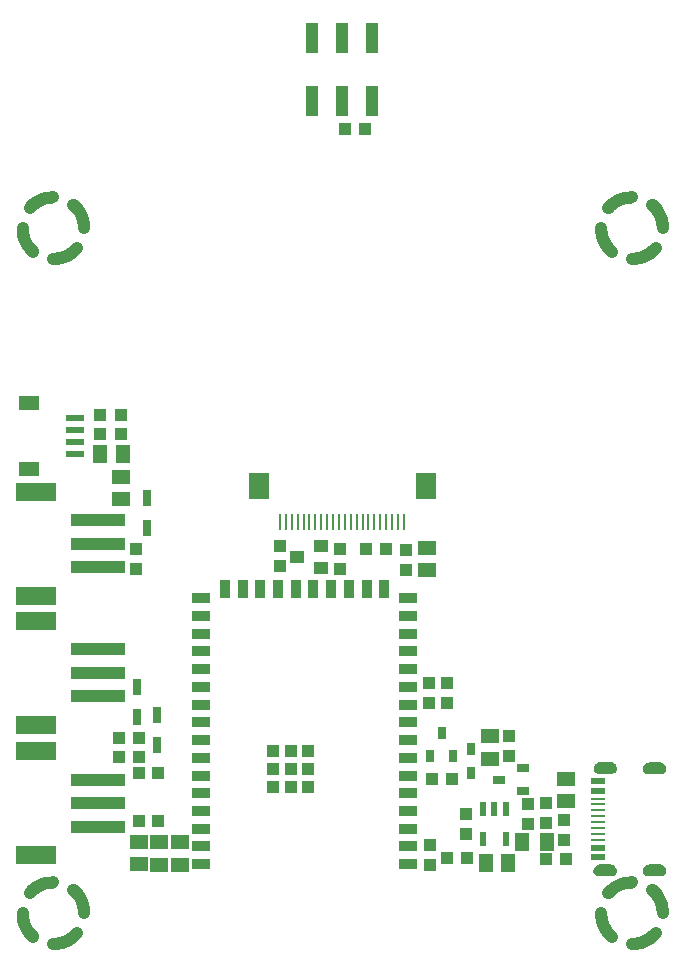
<source format=gbr>
G04 EAGLE Gerber RS-274X export*
G75*
%MOMM*%
%FSLAX34Y34*%
%LPD*%
%INSolderpaste Bottom*%
%IPPOS*%
%AMOC8*
5,1,8,0,0,1.08239X$1,22.5*%
G01*
%ADD10R,1.500000X1.240000*%
%ADD11R,1.000000X1.075000*%
%ADD12R,0.550000X1.200000*%
%ADD13R,1.150000X0.575000*%
%ADD14R,1.150000X0.275000*%
%ADD15R,1.075000X1.000000*%
%ADD16R,1.500000X0.900000*%
%ADD17R,1.100000X1.100000*%
%ADD18R,0.900000X1.500000*%
%ADD19R,1.240000X1.500000*%
%ADD20R,1.550000X0.600000*%
%ADD21R,1.800000X1.200000*%
%ADD22R,1.200000X1.500000*%
%ADD23R,4.600000X1.000000*%
%ADD24R,3.400000X1.600000*%
%ADD25R,0.800000X1.350000*%
%ADD26R,1.016000X0.635000*%
%ADD27R,0.250000X1.400000*%
%ADD28R,1.800000X2.200000*%
%ADD29R,1.000000X2.500000*%
%ADD30R,1.200000X1.000000*%
%ADD31R,1.000000X1.000000*%
%ADD32R,0.800000X1.000000*%
%ADD33R,0.635000X1.016000*%
%ADD34C,1.000000*%
%ADD35R,1.016000X1.778000*%

G36*
X507398Y152904D02*
X507398Y152904D01*
X507399Y152904D01*
X508472Y153025D01*
X508473Y153026D01*
X508474Y153025D01*
X509494Y153382D01*
X509494Y153383D01*
X509495Y153383D01*
X510410Y153958D01*
X510411Y153958D01*
X511175Y154723D01*
X511750Y155638D01*
X511750Y155639D01*
X511751Y155639D01*
X512108Y156659D01*
X512108Y156660D01*
X512107Y156660D01*
X512108Y156661D01*
X512229Y157734D01*
X512229Y157735D01*
X512229Y157736D01*
X512102Y158866D01*
X512101Y158866D01*
X512101Y158867D01*
X511726Y159941D01*
X511725Y159941D01*
X511725Y159942D01*
X511120Y160905D01*
X511119Y160905D01*
X511119Y160906D01*
X510315Y161710D01*
X510314Y161710D01*
X510314Y161711D01*
X509351Y162316D01*
X509350Y162316D01*
X509350Y162317D01*
X508276Y162692D01*
X508275Y162692D01*
X508275Y162693D01*
X508188Y162702D01*
X508144Y162707D01*
X508099Y162712D01*
X508055Y162717D01*
X507526Y162777D01*
X507482Y162782D01*
X507438Y162787D01*
X507394Y162792D01*
X507145Y162820D01*
X507144Y162820D01*
X497492Y162820D01*
X497491Y162820D01*
X496361Y162693D01*
X496361Y162692D01*
X496360Y162692D01*
X495286Y162317D01*
X495286Y162316D01*
X495285Y162316D01*
X494322Y161711D01*
X494322Y161710D01*
X494321Y161710D01*
X493517Y160906D01*
X493517Y160905D01*
X493516Y160905D01*
X492911Y159942D01*
X492911Y159941D01*
X492910Y159941D01*
X492535Y158867D01*
X492535Y158866D01*
X492534Y158866D01*
X492407Y157736D01*
X492408Y157735D01*
X492407Y157734D01*
X492528Y156661D01*
X492529Y156660D01*
X492528Y156659D01*
X492885Y155639D01*
X492886Y155639D01*
X492886Y155638D01*
X493461Y154723D01*
X494226Y153958D01*
X495141Y153383D01*
X495142Y153383D01*
X495142Y153382D01*
X496162Y153025D01*
X496163Y153026D01*
X496164Y153025D01*
X497237Y152904D01*
X497238Y152904D01*
X507398Y152904D01*
X507398Y152904D01*
G37*
G36*
X549181Y152777D02*
X549181Y152777D01*
X549182Y152777D01*
X550255Y152898D01*
X550256Y152899D01*
X550257Y152898D01*
X551277Y153255D01*
X551277Y153256D01*
X551278Y153256D01*
X552193Y153831D01*
X552194Y153831D01*
X552958Y154596D01*
X553533Y155511D01*
X553533Y155512D01*
X553534Y155512D01*
X553891Y156532D01*
X553891Y156533D01*
X553890Y156533D01*
X553891Y156534D01*
X554012Y157607D01*
X554012Y157608D01*
X554012Y157609D01*
X553885Y158739D01*
X553884Y158739D01*
X553884Y158740D01*
X553509Y159814D01*
X553508Y159814D01*
X553508Y159815D01*
X552903Y160778D01*
X552902Y160778D01*
X552902Y160779D01*
X552098Y161583D01*
X552097Y161583D01*
X552097Y161584D01*
X551134Y162189D01*
X551133Y162189D01*
X551133Y162190D01*
X550059Y162565D01*
X550058Y162565D01*
X550058Y162566D01*
X549971Y162575D01*
X549927Y162580D01*
X549882Y162585D01*
X549838Y162590D01*
X549309Y162650D01*
X549265Y162655D01*
X549221Y162660D01*
X549177Y162665D01*
X548928Y162693D01*
X548927Y162693D01*
X539275Y162693D01*
X539274Y162693D01*
X538144Y162566D01*
X538144Y162565D01*
X538143Y162565D01*
X537069Y162190D01*
X537069Y162189D01*
X537068Y162189D01*
X536105Y161584D01*
X536105Y161583D01*
X536104Y161583D01*
X535300Y160779D01*
X535300Y160778D01*
X535299Y160778D01*
X534694Y159815D01*
X534694Y159814D01*
X534693Y159814D01*
X534318Y158740D01*
X534318Y158739D01*
X534317Y158739D01*
X534190Y157609D01*
X534191Y157608D01*
X534190Y157607D01*
X534311Y156534D01*
X534312Y156533D01*
X534311Y156532D01*
X534668Y155512D01*
X534669Y155512D01*
X534669Y155511D01*
X535244Y154596D01*
X536009Y153831D01*
X536924Y153256D01*
X536925Y153256D01*
X536925Y153255D01*
X537945Y152898D01*
X537946Y152899D01*
X537947Y152898D01*
X539020Y152777D01*
X539021Y152777D01*
X549181Y152777D01*
X549181Y152777D01*
G37*
G36*
X507271Y66417D02*
X507271Y66417D01*
X507272Y66417D01*
X508345Y66538D01*
X508346Y66539D01*
X508347Y66538D01*
X509367Y66895D01*
X509367Y66896D01*
X509368Y66896D01*
X510283Y67471D01*
X510284Y67471D01*
X511048Y68236D01*
X511623Y69151D01*
X511623Y69152D01*
X511624Y69152D01*
X511981Y70172D01*
X511981Y70173D01*
X511980Y70173D01*
X511981Y70174D01*
X512102Y71247D01*
X512102Y71248D01*
X512102Y71249D01*
X511975Y72379D01*
X511974Y72379D01*
X511974Y72380D01*
X511599Y73454D01*
X511598Y73454D01*
X511598Y73455D01*
X510993Y74418D01*
X510992Y74418D01*
X510992Y74419D01*
X510188Y75223D01*
X510187Y75223D01*
X510187Y75224D01*
X509224Y75829D01*
X509223Y75829D01*
X509223Y75830D01*
X508149Y76205D01*
X508148Y76205D01*
X508148Y76206D01*
X508061Y76215D01*
X508017Y76220D01*
X507972Y76225D01*
X507928Y76230D01*
X507399Y76290D01*
X507355Y76295D01*
X507311Y76300D01*
X507267Y76305D01*
X507018Y76333D01*
X507017Y76333D01*
X497365Y76333D01*
X497364Y76333D01*
X496234Y76206D01*
X496234Y76205D01*
X496233Y76205D01*
X495159Y75830D01*
X495159Y75829D01*
X495158Y75829D01*
X494195Y75224D01*
X494195Y75223D01*
X494194Y75223D01*
X493390Y74419D01*
X493390Y74418D01*
X493389Y74418D01*
X492784Y73455D01*
X492784Y73454D01*
X492783Y73454D01*
X492408Y72380D01*
X492408Y72379D01*
X492407Y72379D01*
X492280Y71249D01*
X492281Y71248D01*
X492280Y71247D01*
X492401Y70174D01*
X492402Y70173D01*
X492401Y70172D01*
X492758Y69152D01*
X492759Y69152D01*
X492759Y69151D01*
X493334Y68236D01*
X494099Y67471D01*
X495014Y66896D01*
X495015Y66896D01*
X495015Y66895D01*
X496035Y66538D01*
X496036Y66539D01*
X496037Y66538D01*
X497110Y66417D01*
X497111Y66417D01*
X507271Y66417D01*
X507271Y66417D01*
G37*
G36*
X549181Y66417D02*
X549181Y66417D01*
X549182Y66417D01*
X550255Y66538D01*
X550256Y66539D01*
X550257Y66538D01*
X551277Y66895D01*
X551277Y66896D01*
X551278Y66896D01*
X552193Y67471D01*
X552194Y67471D01*
X552958Y68236D01*
X553533Y69151D01*
X553533Y69152D01*
X553534Y69152D01*
X553891Y70172D01*
X553891Y70173D01*
X553890Y70173D01*
X553891Y70174D01*
X554012Y71247D01*
X554012Y71248D01*
X554012Y71249D01*
X553885Y72379D01*
X553884Y72379D01*
X553884Y72380D01*
X553509Y73454D01*
X553508Y73454D01*
X553508Y73455D01*
X552903Y74418D01*
X552902Y74418D01*
X552902Y74419D01*
X552098Y75223D01*
X552097Y75223D01*
X552097Y75224D01*
X551134Y75829D01*
X551133Y75829D01*
X551133Y75830D01*
X550059Y76205D01*
X550058Y76205D01*
X550058Y76206D01*
X549971Y76215D01*
X549927Y76220D01*
X549882Y76225D01*
X549838Y76230D01*
X549309Y76290D01*
X549265Y76295D01*
X549221Y76300D01*
X549177Y76305D01*
X548928Y76333D01*
X548927Y76333D01*
X539275Y76333D01*
X539274Y76333D01*
X538144Y76206D01*
X538144Y76205D01*
X538143Y76205D01*
X537069Y75830D01*
X537069Y75829D01*
X537068Y75829D01*
X536105Y75224D01*
X536105Y75223D01*
X536104Y75223D01*
X535300Y74419D01*
X535300Y74418D01*
X535299Y74418D01*
X534694Y73455D01*
X534694Y73454D01*
X534693Y73454D01*
X534318Y72380D01*
X534318Y72379D01*
X534317Y72379D01*
X534190Y71249D01*
X534191Y71248D01*
X534190Y71247D01*
X534311Y70174D01*
X534312Y70173D01*
X534311Y70172D01*
X534668Y69152D01*
X534669Y69152D01*
X534669Y69151D01*
X535244Y68236D01*
X536009Y67471D01*
X536924Y66896D01*
X536925Y66896D01*
X536925Y66895D01*
X537945Y66538D01*
X537946Y66539D01*
X537947Y66538D01*
X539020Y66417D01*
X539021Y66417D01*
X549181Y66417D01*
X549181Y66417D01*
G37*
D10*
X469458Y129960D03*
X469458Y148960D03*
D11*
X436687Y127850D03*
X436687Y110850D03*
D10*
X405010Y165761D03*
X405010Y184761D03*
X142310Y95094D03*
X142310Y76094D03*
D12*
X399034Y123486D03*
X408534Y123486D03*
X418034Y123486D03*
X418034Y97484D03*
X399034Y97484D03*
D11*
X353568Y92955D03*
X353568Y75955D03*
X420751Y168157D03*
X420751Y185157D03*
D10*
X124595Y95176D03*
X124595Y76176D03*
D11*
X384175Y102244D03*
X384175Y119244D03*
D13*
X496586Y146555D03*
X496586Y138555D03*
D14*
X496586Y132055D03*
X496586Y127055D03*
X496586Y122055D03*
X496586Y117055D03*
X496586Y112055D03*
X496586Y107055D03*
X496586Y102055D03*
X496586Y97055D03*
D13*
X496586Y90555D03*
X496586Y82555D03*
D15*
X452543Y80700D03*
X469543Y80700D03*
D11*
X467520Y97183D03*
X467520Y114183D03*
D16*
X160277Y76591D03*
D17*
X235877Y157091D03*
D16*
X160277Y91591D03*
X160277Y106591D03*
X160277Y121591D03*
X160277Y136591D03*
X160277Y151591D03*
X160277Y166591D03*
X160277Y181591D03*
X160277Y196591D03*
X160277Y211591D03*
X160277Y226591D03*
X160277Y241591D03*
X160277Y256591D03*
X160277Y271591D03*
X160277Y286591D03*
X160277Y301591D03*
D18*
X180277Y309091D03*
X195277Y309091D03*
X210277Y309091D03*
X225277Y309091D03*
X240277Y309091D03*
X255277Y309091D03*
X270277Y309091D03*
X285277Y309091D03*
X300277Y309091D03*
X315277Y309091D03*
D16*
X335277Y301591D03*
X335277Y286591D03*
X335277Y271591D03*
X335277Y256591D03*
X335277Y241591D03*
X335277Y226591D03*
X335277Y211591D03*
X335277Y196591D03*
X335277Y181591D03*
X335277Y166591D03*
X335277Y151591D03*
X335277Y136591D03*
X335277Y121591D03*
X335277Y106591D03*
X335277Y91591D03*
X335277Y76591D03*
D17*
X220877Y142091D03*
X235877Y142091D03*
X250877Y142091D03*
X220877Y157091D03*
X250877Y157091D03*
X220877Y172091D03*
X235877Y172091D03*
X250877Y172091D03*
D11*
X368554Y230115D03*
X368554Y213115D03*
X353441Y213115D03*
X353441Y230115D03*
D19*
X74828Y423545D03*
X93828Y423545D03*
D10*
X107315Y95352D03*
X107315Y76352D03*
D19*
X401218Y77470D03*
X420218Y77470D03*
D20*
X53207Y433912D03*
X53207Y443912D03*
X53207Y423912D03*
X53207Y453912D03*
D21*
X14207Y410912D03*
X14207Y466912D03*
D22*
X452832Y95544D03*
X431832Y95544D03*
D15*
X91939Y456438D03*
X74939Y456438D03*
X91939Y440690D03*
X74939Y440690D03*
D10*
X351663Y344526D03*
X351663Y325526D03*
D11*
X333248Y342891D03*
X333248Y325891D03*
D15*
X368182Y81915D03*
X385182Y81915D03*
D10*
X92202Y385724D03*
X92202Y404724D03*
D23*
X72720Y258600D03*
X72720Y238600D03*
D24*
X20720Y282600D03*
X20720Y194600D03*
D23*
X72720Y218600D03*
D15*
X90814Y183515D03*
X107814Y183515D03*
D25*
X106045Y200914D03*
X106045Y226314D03*
D23*
X72720Y367900D03*
X72720Y347900D03*
D24*
X20720Y391900D03*
X20720Y303900D03*
D23*
X72720Y327900D03*
D11*
X105029Y326018D03*
X105029Y343018D03*
D25*
X114681Y361442D03*
X114681Y386842D03*
D26*
X412391Y148065D03*
X432391Y138565D03*
X432391Y157565D03*
D11*
X452120Y128261D03*
X452120Y111261D03*
D27*
X226900Y366480D03*
X231900Y366480D03*
X236900Y366480D03*
X241900Y366480D03*
X246900Y366480D03*
X251900Y366480D03*
X256900Y366480D03*
X261900Y366480D03*
X266900Y366480D03*
X271900Y366480D03*
X276900Y366480D03*
X281900Y366480D03*
X286900Y366480D03*
X291900Y366480D03*
X296900Y366480D03*
X301900Y366480D03*
X306900Y366480D03*
X311900Y366480D03*
X316900Y366480D03*
X321900Y366480D03*
X326900Y366480D03*
X331900Y366480D03*
D28*
X209400Y396980D03*
X350400Y396980D03*
D29*
X254000Y775950D03*
X254000Y722650D03*
X279400Y775950D03*
X279400Y722650D03*
X304800Y775950D03*
X304800Y722650D03*
D23*
X72720Y148030D03*
X72720Y128030D03*
D24*
X20720Y172030D03*
X20720Y84030D03*
D23*
X72720Y108030D03*
D15*
X90560Y167640D03*
X107560Y167640D03*
D25*
X123190Y177800D03*
X123190Y203200D03*
D15*
X317110Y343535D03*
X300110Y343535D03*
D30*
X241460Y336550D03*
X261460Y327050D03*
X261460Y346050D03*
D11*
X277495Y326780D03*
X277495Y343780D03*
X227330Y329320D03*
X227330Y346320D03*
D31*
X107570Y113350D03*
X123570Y113350D03*
X123570Y153350D03*
X107570Y153350D03*
D15*
X355990Y148590D03*
X372990Y148590D03*
D32*
X388620Y173830D03*
X388620Y153830D03*
D33*
X363855Y187800D03*
X354355Y167800D03*
X373355Y167800D03*
D34*
X17999Y15000D02*
X17530Y15418D01*
X17070Y15847D01*
X16621Y16286D01*
X16182Y16737D01*
X15755Y17198D01*
X15339Y17669D01*
X14934Y18150D01*
X14541Y18641D01*
X14160Y19141D01*
X13790Y19650D01*
X13434Y20167D01*
X13090Y20693D01*
X12758Y21228D01*
X12440Y21770D01*
X12135Y22319D01*
X11843Y22876D01*
X11564Y23440D01*
X11299Y24010D01*
X11048Y24586D01*
X10811Y25168D01*
X10588Y25756D01*
X10379Y26349D01*
X10185Y26947D01*
X10004Y27549D01*
X9839Y28156D01*
X9688Y28766D01*
X9552Y29380D01*
X9431Y29997D01*
X9324Y30616D01*
X9233Y31238D01*
X9156Y31862D01*
X9094Y32488D01*
X9048Y33115D01*
X9017Y33743D01*
X9000Y34371D01*
X8999Y35000D01*
X15000Y52001D02*
X15418Y52470D01*
X15847Y52930D01*
X16286Y53379D01*
X16737Y53818D01*
X17198Y54245D01*
X17669Y54661D01*
X18150Y55066D01*
X18641Y55459D01*
X19141Y55840D01*
X19650Y56210D01*
X20167Y56566D01*
X20693Y56910D01*
X21228Y57242D01*
X21770Y57560D01*
X22319Y57865D01*
X22876Y58157D01*
X23440Y58436D01*
X24010Y58701D01*
X24586Y58952D01*
X25168Y59189D01*
X25756Y59412D01*
X26349Y59621D01*
X26947Y59815D01*
X27549Y59996D01*
X28156Y60161D01*
X28766Y60312D01*
X29380Y60448D01*
X29997Y60569D01*
X30616Y60676D01*
X31238Y60767D01*
X31862Y60844D01*
X32488Y60906D01*
X33115Y60952D01*
X33743Y60983D01*
X34371Y61000D01*
X35000Y61001D01*
X52001Y55000D02*
X52470Y54582D01*
X52930Y54153D01*
X53379Y53714D01*
X53818Y53263D01*
X54245Y52802D01*
X54661Y52331D01*
X55066Y51850D01*
X55459Y51359D01*
X55840Y50859D01*
X56210Y50350D01*
X56566Y49833D01*
X56910Y49307D01*
X57242Y48772D01*
X57560Y48230D01*
X57865Y47681D01*
X58157Y47124D01*
X58436Y46560D01*
X58701Y45990D01*
X58952Y45414D01*
X59189Y44832D01*
X59412Y44244D01*
X59621Y43651D01*
X59815Y43053D01*
X59996Y42451D01*
X60161Y41844D01*
X60312Y41234D01*
X60448Y40620D01*
X60569Y40003D01*
X60676Y39384D01*
X60767Y38762D01*
X60844Y38138D01*
X60906Y37512D01*
X60952Y36885D01*
X60983Y36257D01*
X61000Y35629D01*
X61001Y35000D01*
X55000Y17999D02*
X54582Y17530D01*
X54153Y17070D01*
X53714Y16621D01*
X53263Y16182D01*
X52802Y15755D01*
X52331Y15339D01*
X51850Y14934D01*
X51359Y14541D01*
X50859Y14160D01*
X50350Y13790D01*
X49833Y13434D01*
X49307Y13090D01*
X48772Y12758D01*
X48230Y12440D01*
X47681Y12135D01*
X47124Y11843D01*
X46560Y11564D01*
X45990Y11299D01*
X45414Y11048D01*
X44832Y10811D01*
X44244Y10588D01*
X43651Y10379D01*
X43053Y10185D01*
X42451Y10004D01*
X41844Y9839D01*
X41234Y9688D01*
X40620Y9552D01*
X40003Y9431D01*
X39384Y9324D01*
X38762Y9233D01*
X38138Y9156D01*
X37512Y9094D01*
X36885Y9048D01*
X36257Y9017D01*
X35629Y9000D01*
X35000Y8999D01*
X498999Y35000D02*
X499000Y34371D01*
X499017Y33743D01*
X499048Y33115D01*
X499094Y32488D01*
X499156Y31862D01*
X499233Y31238D01*
X499324Y30616D01*
X499431Y29997D01*
X499552Y29380D01*
X499688Y28766D01*
X499839Y28156D01*
X500004Y27549D01*
X500185Y26947D01*
X500379Y26349D01*
X500588Y25756D01*
X500811Y25168D01*
X501048Y24586D01*
X501299Y24010D01*
X501564Y23440D01*
X501843Y22876D01*
X502135Y22319D01*
X502440Y21770D01*
X502758Y21228D01*
X503090Y20693D01*
X503434Y20167D01*
X503790Y19650D01*
X504160Y19141D01*
X504541Y18641D01*
X504934Y18150D01*
X505339Y17669D01*
X505755Y17198D01*
X506182Y16737D01*
X506621Y16286D01*
X507070Y15847D01*
X507530Y15418D01*
X507999Y15000D01*
X505000Y52001D02*
X505418Y52470D01*
X505847Y52930D01*
X506286Y53379D01*
X506737Y53818D01*
X507198Y54245D01*
X507669Y54661D01*
X508150Y55066D01*
X508641Y55459D01*
X509141Y55840D01*
X509650Y56210D01*
X510167Y56566D01*
X510693Y56910D01*
X511228Y57242D01*
X511770Y57560D01*
X512319Y57865D01*
X512876Y58157D01*
X513440Y58436D01*
X514010Y58701D01*
X514586Y58952D01*
X515168Y59189D01*
X515756Y59412D01*
X516349Y59621D01*
X516947Y59815D01*
X517549Y59996D01*
X518156Y60161D01*
X518766Y60312D01*
X519380Y60448D01*
X519997Y60569D01*
X520616Y60676D01*
X521238Y60767D01*
X521862Y60844D01*
X522488Y60906D01*
X523115Y60952D01*
X523743Y60983D01*
X524371Y61000D01*
X525000Y61001D01*
X542001Y55000D02*
X542470Y54582D01*
X542930Y54153D01*
X543379Y53714D01*
X543818Y53263D01*
X544245Y52802D01*
X544661Y52331D01*
X545066Y51850D01*
X545459Y51359D01*
X545840Y50859D01*
X546210Y50350D01*
X546566Y49833D01*
X546910Y49307D01*
X547242Y48772D01*
X547560Y48230D01*
X547865Y47681D01*
X548157Y47124D01*
X548436Y46560D01*
X548701Y45990D01*
X548952Y45414D01*
X549189Y44832D01*
X549412Y44244D01*
X549621Y43651D01*
X549815Y43053D01*
X549996Y42451D01*
X550161Y41844D01*
X550312Y41234D01*
X550448Y40620D01*
X550569Y40003D01*
X550676Y39384D01*
X550767Y38762D01*
X550844Y38138D01*
X550906Y37512D01*
X550952Y36885D01*
X550983Y36257D01*
X551000Y35629D01*
X551001Y35000D01*
X545000Y17999D02*
X544582Y17530D01*
X544153Y17070D01*
X543714Y16621D01*
X543263Y16182D01*
X542802Y15755D01*
X542331Y15339D01*
X541850Y14934D01*
X541359Y14541D01*
X540859Y14160D01*
X540350Y13790D01*
X539833Y13434D01*
X539307Y13090D01*
X538772Y12758D01*
X538230Y12440D01*
X537681Y12135D01*
X537124Y11843D01*
X536560Y11564D01*
X535990Y11299D01*
X535414Y11048D01*
X534832Y10811D01*
X534244Y10588D01*
X533651Y10379D01*
X533053Y10185D01*
X532451Y10004D01*
X531844Y9839D01*
X531234Y9688D01*
X530620Y9552D01*
X530003Y9431D01*
X529384Y9324D01*
X528762Y9233D01*
X528138Y9156D01*
X527512Y9094D01*
X526885Y9048D01*
X526257Y9017D01*
X525629Y9000D01*
X525000Y8999D01*
X17999Y595000D02*
X17530Y595418D01*
X17070Y595847D01*
X16621Y596286D01*
X16182Y596737D01*
X15755Y597198D01*
X15339Y597669D01*
X14934Y598150D01*
X14541Y598641D01*
X14160Y599141D01*
X13790Y599650D01*
X13434Y600167D01*
X13090Y600693D01*
X12758Y601228D01*
X12440Y601770D01*
X12135Y602319D01*
X11843Y602876D01*
X11564Y603440D01*
X11299Y604010D01*
X11048Y604586D01*
X10811Y605168D01*
X10588Y605756D01*
X10379Y606349D01*
X10185Y606947D01*
X10004Y607549D01*
X9839Y608156D01*
X9688Y608766D01*
X9552Y609380D01*
X9431Y609997D01*
X9324Y610616D01*
X9233Y611238D01*
X9156Y611862D01*
X9094Y612488D01*
X9048Y613115D01*
X9017Y613743D01*
X9000Y614371D01*
X8999Y615000D01*
X15000Y632001D02*
X15418Y632470D01*
X15847Y632930D01*
X16286Y633379D01*
X16737Y633818D01*
X17198Y634245D01*
X17669Y634661D01*
X18150Y635066D01*
X18641Y635459D01*
X19141Y635840D01*
X19650Y636210D01*
X20167Y636566D01*
X20693Y636910D01*
X21228Y637242D01*
X21770Y637560D01*
X22319Y637865D01*
X22876Y638157D01*
X23440Y638436D01*
X24010Y638701D01*
X24586Y638952D01*
X25168Y639189D01*
X25756Y639412D01*
X26349Y639621D01*
X26947Y639815D01*
X27549Y639996D01*
X28156Y640161D01*
X28766Y640312D01*
X29380Y640448D01*
X29997Y640569D01*
X30616Y640676D01*
X31238Y640767D01*
X31862Y640844D01*
X32488Y640906D01*
X33115Y640952D01*
X33743Y640983D01*
X34371Y641000D01*
X35000Y641001D01*
X52001Y635000D02*
X52470Y634582D01*
X52930Y634153D01*
X53379Y633714D01*
X53818Y633263D01*
X54245Y632802D01*
X54661Y632331D01*
X55066Y631850D01*
X55459Y631359D01*
X55840Y630859D01*
X56210Y630350D01*
X56566Y629833D01*
X56910Y629307D01*
X57242Y628772D01*
X57560Y628230D01*
X57865Y627681D01*
X58157Y627124D01*
X58436Y626560D01*
X58701Y625990D01*
X58952Y625414D01*
X59189Y624832D01*
X59412Y624244D01*
X59621Y623651D01*
X59815Y623053D01*
X59996Y622451D01*
X60161Y621844D01*
X60312Y621234D01*
X60448Y620620D01*
X60569Y620003D01*
X60676Y619384D01*
X60767Y618762D01*
X60844Y618138D01*
X60906Y617512D01*
X60952Y616885D01*
X60983Y616257D01*
X61000Y615629D01*
X61001Y615000D01*
X55000Y597999D02*
X54582Y597530D01*
X54153Y597070D01*
X53714Y596621D01*
X53263Y596182D01*
X52802Y595755D01*
X52331Y595339D01*
X51850Y594934D01*
X51359Y594541D01*
X50859Y594160D01*
X50350Y593790D01*
X49833Y593434D01*
X49307Y593090D01*
X48772Y592758D01*
X48230Y592440D01*
X47681Y592135D01*
X47124Y591843D01*
X46560Y591564D01*
X45990Y591299D01*
X45414Y591048D01*
X44832Y590811D01*
X44244Y590588D01*
X43651Y590379D01*
X43053Y590185D01*
X42451Y590004D01*
X41844Y589839D01*
X41234Y589688D01*
X40620Y589552D01*
X40003Y589431D01*
X39384Y589324D01*
X38762Y589233D01*
X38138Y589156D01*
X37512Y589094D01*
X36885Y589048D01*
X36257Y589017D01*
X35629Y589000D01*
X35000Y588999D01*
X498999Y615000D02*
X499000Y614371D01*
X499017Y613743D01*
X499048Y613115D01*
X499094Y612488D01*
X499156Y611862D01*
X499233Y611238D01*
X499324Y610616D01*
X499431Y609997D01*
X499552Y609380D01*
X499688Y608766D01*
X499839Y608156D01*
X500004Y607549D01*
X500185Y606947D01*
X500379Y606349D01*
X500588Y605756D01*
X500811Y605168D01*
X501048Y604586D01*
X501299Y604010D01*
X501564Y603440D01*
X501843Y602876D01*
X502135Y602319D01*
X502440Y601770D01*
X502758Y601228D01*
X503090Y600693D01*
X503434Y600167D01*
X503790Y599650D01*
X504160Y599141D01*
X504541Y598641D01*
X504934Y598150D01*
X505339Y597669D01*
X505755Y597198D01*
X506182Y596737D01*
X506621Y596286D01*
X507070Y595847D01*
X507530Y595418D01*
X507999Y595000D01*
X505000Y632001D02*
X505418Y632470D01*
X505847Y632930D01*
X506286Y633379D01*
X506737Y633818D01*
X507198Y634245D01*
X507669Y634661D01*
X508150Y635066D01*
X508641Y635459D01*
X509141Y635840D01*
X509650Y636210D01*
X510167Y636566D01*
X510693Y636910D01*
X511228Y637242D01*
X511770Y637560D01*
X512319Y637865D01*
X512876Y638157D01*
X513440Y638436D01*
X514010Y638701D01*
X514586Y638952D01*
X515168Y639189D01*
X515756Y639412D01*
X516349Y639621D01*
X516947Y639815D01*
X517549Y639996D01*
X518156Y640161D01*
X518766Y640312D01*
X519380Y640448D01*
X519997Y640569D01*
X520616Y640676D01*
X521238Y640767D01*
X521862Y640844D01*
X522488Y640906D01*
X523115Y640952D01*
X523743Y640983D01*
X524371Y641000D01*
X525000Y641001D01*
X542001Y635000D02*
X542470Y634582D01*
X542930Y634153D01*
X543379Y633714D01*
X543818Y633263D01*
X544245Y632802D01*
X544661Y632331D01*
X545066Y631850D01*
X545459Y631359D01*
X545840Y630859D01*
X546210Y630350D01*
X546566Y629833D01*
X546910Y629307D01*
X547242Y628772D01*
X547560Y628230D01*
X547865Y627681D01*
X548157Y627124D01*
X548436Y626560D01*
X548701Y625990D01*
X548952Y625414D01*
X549189Y624832D01*
X549412Y624244D01*
X549621Y623651D01*
X549815Y623053D01*
X549996Y622451D01*
X550161Y621844D01*
X550312Y621234D01*
X550448Y620620D01*
X550569Y620003D01*
X550676Y619384D01*
X550767Y618762D01*
X550844Y618138D01*
X550906Y617512D01*
X550952Y616885D01*
X550983Y616257D01*
X551000Y615629D01*
X551001Y615000D01*
X545000Y597999D02*
X544582Y597530D01*
X544153Y597070D01*
X543714Y596621D01*
X543263Y596182D01*
X542802Y595755D01*
X542331Y595339D01*
X541850Y594934D01*
X541359Y594541D01*
X540859Y594160D01*
X540350Y593790D01*
X539833Y593434D01*
X539307Y593090D01*
X538772Y592758D01*
X538230Y592440D01*
X537681Y592135D01*
X537124Y591843D01*
X536560Y591564D01*
X535990Y591299D01*
X535414Y591048D01*
X534832Y590811D01*
X534244Y590588D01*
X533651Y590379D01*
X533053Y590185D01*
X532451Y590004D01*
X531844Y589839D01*
X531234Y589688D01*
X530620Y589552D01*
X530003Y589431D01*
X529384Y589324D01*
X528762Y589233D01*
X528138Y589156D01*
X527512Y589094D01*
X526885Y589048D01*
X526257Y589017D01*
X525629Y589000D01*
X525000Y588999D01*
D15*
X299330Y699135D03*
X282330Y699135D03*
D35*
X254000Y718820D03*
X279400Y718820D03*
X304800Y718820D03*
X254000Y779780D03*
X279400Y779780D03*
X304800Y779780D03*
M02*

</source>
